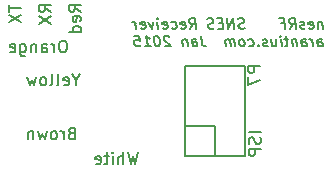
<source format=gbo>
%FSLAX46Y46*%
G04 Gerber Fmt 4.6, Leading zero omitted, Abs format (unit mm)*
G04 Created by KiCad (PCBNEW (2014-10-27 BZR 5228)-product) date 1/4/2015 7:21:31 PM*
%MOMM*%
G01*
G04 APERTURE LIST*
%ADD10C,0.100000*%
%ADD11C,0.150000*%
%ADD12C,0.203200*%
%ADD13C,1.270000*%
%ADD14R,1.727200X1.727200*%
%ADD15O,1.727200X1.727200*%
G04 APERTURE END LIST*
D10*
D11*
X22296381Y-16621095D02*
X21296381Y-16621095D01*
X22248762Y-17049666D02*
X22296381Y-17192523D01*
X22296381Y-17430619D01*
X22248762Y-17525857D01*
X22201143Y-17573476D01*
X22105905Y-17621095D01*
X22010667Y-17621095D01*
X21915429Y-17573476D01*
X21867810Y-17525857D01*
X21820190Y-17430619D01*
X21772571Y-17240142D01*
X21724952Y-17144904D01*
X21677333Y-17097285D01*
X21582095Y-17049666D01*
X21486857Y-17049666D01*
X21391619Y-17097285D01*
X21344000Y-17144904D01*
X21296381Y-17240142D01*
X21296381Y-17478238D01*
X21344000Y-17621095D01*
X22296381Y-18049666D02*
X21296381Y-18049666D01*
X21296381Y-18430619D01*
X21344000Y-18525857D01*
X21391619Y-18573476D01*
X21486857Y-18621095D01*
X21629714Y-18621095D01*
X21724952Y-18573476D01*
X21772571Y-18525857D01*
X21820190Y-18430619D01*
X21820190Y-18049666D01*
X11922143Y-18311881D02*
X11684048Y-19311881D01*
X11493571Y-18597595D01*
X11303095Y-19311881D01*
X11065000Y-18311881D01*
X10684048Y-19311881D02*
X10684048Y-18311881D01*
X10255476Y-19311881D02*
X10255476Y-18788071D01*
X10303095Y-18692833D01*
X10398333Y-18645214D01*
X10541191Y-18645214D01*
X10636429Y-18692833D01*
X10684048Y-18740452D01*
X9779286Y-19311881D02*
X9779286Y-18645214D01*
X9779286Y-18311881D02*
X9826905Y-18359500D01*
X9779286Y-18407119D01*
X9731667Y-18359500D01*
X9779286Y-18311881D01*
X9779286Y-18407119D01*
X9445953Y-18645214D02*
X9065001Y-18645214D01*
X9303096Y-18311881D02*
X9303096Y-19169024D01*
X9255477Y-19264262D01*
X9160239Y-19311881D01*
X9065001Y-19311881D01*
X8350714Y-19264262D02*
X8445952Y-19311881D01*
X8636429Y-19311881D01*
X8731667Y-19264262D01*
X8779286Y-19169024D01*
X8779286Y-18788071D01*
X8731667Y-18692833D01*
X8636429Y-18645214D01*
X8445952Y-18645214D01*
X8350714Y-18692833D01*
X8303095Y-18788071D01*
X8303095Y-18883310D01*
X8779286Y-18978548D01*
X6683429Y-12168190D02*
X6683429Y-12644381D01*
X7016762Y-11644381D02*
X6683429Y-12168190D01*
X6350095Y-11644381D01*
X5635809Y-12596762D02*
X5731047Y-12644381D01*
X5921524Y-12644381D01*
X6016762Y-12596762D01*
X6064381Y-12501524D01*
X6064381Y-12120571D01*
X6016762Y-12025333D01*
X5921524Y-11977714D01*
X5731047Y-11977714D01*
X5635809Y-12025333D01*
X5588190Y-12120571D01*
X5588190Y-12215810D01*
X6064381Y-12311048D01*
X5016762Y-12644381D02*
X5112000Y-12596762D01*
X5159619Y-12501524D01*
X5159619Y-11644381D01*
X4492952Y-12644381D02*
X4588190Y-12596762D01*
X4635809Y-12501524D01*
X4635809Y-11644381D01*
X3969142Y-12644381D02*
X4064380Y-12596762D01*
X4111999Y-12549143D01*
X4159618Y-12453905D01*
X4159618Y-12168190D01*
X4111999Y-12072952D01*
X4064380Y-12025333D01*
X3969142Y-11977714D01*
X3826284Y-11977714D01*
X3731046Y-12025333D01*
X3683427Y-12072952D01*
X3635808Y-12168190D01*
X3635808Y-12453905D01*
X3683427Y-12549143D01*
X3731046Y-12596762D01*
X3826284Y-12644381D01*
X3969142Y-12644381D01*
X3302475Y-11977714D02*
X3111999Y-12644381D01*
X2921522Y-12168190D01*
X2731046Y-12644381D01*
X2540570Y-11977714D01*
X5667429Y-8850381D02*
X5476952Y-8850381D01*
X5381714Y-8898000D01*
X5286476Y-8993238D01*
X5238857Y-9183714D01*
X5238857Y-9517048D01*
X5286476Y-9707524D01*
X5381714Y-9802762D01*
X5476952Y-9850381D01*
X5667429Y-9850381D01*
X5762667Y-9802762D01*
X5857905Y-9707524D01*
X5905524Y-9517048D01*
X5905524Y-9183714D01*
X5857905Y-8993238D01*
X5762667Y-8898000D01*
X5667429Y-8850381D01*
X4810286Y-9850381D02*
X4810286Y-9183714D01*
X4810286Y-9374190D02*
X4762667Y-9278952D01*
X4715048Y-9231333D01*
X4619810Y-9183714D01*
X4524571Y-9183714D01*
X3762666Y-9850381D02*
X3762666Y-9326571D01*
X3810285Y-9231333D01*
X3905523Y-9183714D01*
X4096000Y-9183714D01*
X4191238Y-9231333D01*
X3762666Y-9802762D02*
X3857904Y-9850381D01*
X4096000Y-9850381D01*
X4191238Y-9802762D01*
X4238857Y-9707524D01*
X4238857Y-9612286D01*
X4191238Y-9517048D01*
X4096000Y-9469429D01*
X3857904Y-9469429D01*
X3762666Y-9421810D01*
X3286476Y-9183714D02*
X3286476Y-9850381D01*
X3286476Y-9278952D02*
X3238857Y-9231333D01*
X3143619Y-9183714D01*
X3000761Y-9183714D01*
X2905523Y-9231333D01*
X2857904Y-9326571D01*
X2857904Y-9850381D01*
X1953142Y-9183714D02*
X1953142Y-9993238D01*
X2000761Y-10088476D01*
X2048380Y-10136095D01*
X2143619Y-10183714D01*
X2286476Y-10183714D01*
X2381714Y-10136095D01*
X1953142Y-9802762D02*
X2048380Y-9850381D01*
X2238857Y-9850381D01*
X2334095Y-9802762D01*
X2381714Y-9755143D01*
X2429333Y-9659905D01*
X2429333Y-9374190D01*
X2381714Y-9278952D01*
X2334095Y-9231333D01*
X2238857Y-9183714D01*
X2048380Y-9183714D01*
X1953142Y-9231333D01*
X1095999Y-9802762D02*
X1191237Y-9850381D01*
X1381714Y-9850381D01*
X1476952Y-9802762D01*
X1524571Y-9707524D01*
X1524571Y-9326571D01*
X1476952Y-9231333D01*
X1381714Y-9183714D01*
X1191237Y-9183714D01*
X1095999Y-9231333D01*
X1048380Y-9326571D01*
X1048380Y-9421810D01*
X1524571Y-9517048D01*
X7056381Y-6397524D02*
X6580190Y-6064190D01*
X7056381Y-5826095D02*
X6056381Y-5826095D01*
X6056381Y-6207048D01*
X6104000Y-6302286D01*
X6151619Y-6349905D01*
X6246857Y-6397524D01*
X6389714Y-6397524D01*
X6484952Y-6349905D01*
X6532571Y-6302286D01*
X6580190Y-6207048D01*
X6580190Y-5826095D01*
X7008762Y-7207048D02*
X7056381Y-7111810D01*
X7056381Y-6921333D01*
X7008762Y-6826095D01*
X6913524Y-6778476D01*
X6532571Y-6778476D01*
X6437333Y-6826095D01*
X6389714Y-6921333D01*
X6389714Y-7111810D01*
X6437333Y-7207048D01*
X6532571Y-7254667D01*
X6627810Y-7254667D01*
X6723048Y-6778476D01*
X7056381Y-8111810D02*
X6056381Y-8111810D01*
X7008762Y-8111810D02*
X7056381Y-8016572D01*
X7056381Y-7826095D01*
X7008762Y-7730857D01*
X6961143Y-7683238D01*
X6865905Y-7635619D01*
X6580190Y-7635619D01*
X6484952Y-7683238D01*
X6437333Y-7730857D01*
X6389714Y-7826095D01*
X6389714Y-8016572D01*
X6437333Y-8111810D01*
X6286571Y-16692571D02*
X6143714Y-16740190D01*
X6096095Y-16787810D01*
X6048476Y-16883048D01*
X6048476Y-17025905D01*
X6096095Y-17121143D01*
X6143714Y-17168762D01*
X6238952Y-17216381D01*
X6619905Y-17216381D01*
X6619905Y-16216381D01*
X6286571Y-16216381D01*
X6191333Y-16264000D01*
X6143714Y-16311619D01*
X6096095Y-16406857D01*
X6096095Y-16502095D01*
X6143714Y-16597333D01*
X6191333Y-16644952D01*
X6286571Y-16692571D01*
X6619905Y-16692571D01*
X5619905Y-17216381D02*
X5619905Y-16549714D01*
X5619905Y-16740190D02*
X5572286Y-16644952D01*
X5524667Y-16597333D01*
X5429429Y-16549714D01*
X5334190Y-16549714D01*
X4858000Y-17216381D02*
X4953238Y-17168762D01*
X5000857Y-17121143D01*
X5048476Y-17025905D01*
X5048476Y-16740190D01*
X5000857Y-16644952D01*
X4953238Y-16597333D01*
X4858000Y-16549714D01*
X4715142Y-16549714D01*
X4619904Y-16597333D01*
X4572285Y-16644952D01*
X4524666Y-16740190D01*
X4524666Y-17025905D01*
X4572285Y-17121143D01*
X4619904Y-17168762D01*
X4715142Y-17216381D01*
X4858000Y-17216381D01*
X4191333Y-16549714D02*
X4000857Y-17216381D01*
X3810380Y-16740190D01*
X3619904Y-17216381D01*
X3429428Y-16549714D01*
X3048476Y-16549714D02*
X3048476Y-17216381D01*
X3048476Y-16644952D02*
X3000857Y-16597333D01*
X2905619Y-16549714D01*
X2762761Y-16549714D01*
X2667523Y-16597333D01*
X2619904Y-16692571D01*
X2619904Y-17216381D01*
D12*
X27492852Y-7277100D02*
X27566935Y-7869767D01*
X27503435Y-7361767D02*
X27455811Y-7319433D01*
X27365852Y-7277100D01*
X27238852Y-7277100D01*
X27159478Y-7319433D01*
X27127727Y-7404100D01*
X27185935Y-7869767D01*
X26418645Y-7827433D02*
X26508602Y-7869767D01*
X26677936Y-7869767D01*
X26757311Y-7827433D01*
X26789061Y-7742767D01*
X26746728Y-7404100D01*
X26693811Y-7319433D01*
X26603853Y-7277100D01*
X26434519Y-7277100D01*
X26355145Y-7319433D01*
X26323394Y-7404100D01*
X26333977Y-7488767D01*
X26767895Y-7573433D01*
X26037645Y-7827433D02*
X25958269Y-7869767D01*
X25788936Y-7869767D01*
X25698978Y-7827433D01*
X25646061Y-7742767D01*
X25640770Y-7700433D01*
X25672519Y-7615767D01*
X25751895Y-7573433D01*
X25878895Y-7573433D01*
X25958269Y-7531100D01*
X25990020Y-7446433D01*
X25984728Y-7404100D01*
X25931811Y-7319433D01*
X25841853Y-7277100D01*
X25714853Y-7277100D01*
X25635478Y-7319433D01*
X24772935Y-7869767D02*
X25016353Y-7446433D01*
X25280935Y-7869767D02*
X25169810Y-6980767D01*
X24831144Y-6980767D01*
X24751769Y-7023100D01*
X24714728Y-7065433D01*
X24682977Y-7150100D01*
X24698852Y-7277100D01*
X24751769Y-7361767D01*
X24799394Y-7404100D01*
X24889353Y-7446433D01*
X25228019Y-7446433D01*
X24037394Y-7404100D02*
X24333727Y-7404100D01*
X24391935Y-7869767D02*
X24280810Y-6980767D01*
X23857477Y-6980767D01*
X20957646Y-7827433D02*
X20835937Y-7869767D01*
X20624270Y-7869767D01*
X20534312Y-7827433D01*
X20486687Y-7785100D01*
X20433771Y-7700433D01*
X20423187Y-7615767D01*
X20454937Y-7531100D01*
X20491978Y-7488767D01*
X20571354Y-7446433D01*
X20735395Y-7404100D01*
X20814770Y-7361767D01*
X20851812Y-7319433D01*
X20883562Y-7234767D01*
X20872979Y-7150100D01*
X20820062Y-7065433D01*
X20772437Y-7023100D01*
X20682478Y-6980767D01*
X20470812Y-6980767D01*
X20349104Y-7023100D01*
X20073936Y-7869767D02*
X19962811Y-6980767D01*
X19565936Y-7869767D01*
X19454811Y-6980767D01*
X19084395Y-7404100D02*
X18788062Y-7404100D01*
X18719270Y-7869767D02*
X19142603Y-7869767D01*
X19031478Y-6980767D01*
X18608145Y-6980767D01*
X18375313Y-7827433D02*
X18253604Y-7869767D01*
X18041937Y-7869767D01*
X17951979Y-7827433D01*
X17904354Y-7785100D01*
X17851438Y-7700433D01*
X17840854Y-7615767D01*
X17872604Y-7531100D01*
X17909645Y-7488767D01*
X17989021Y-7446433D01*
X18153062Y-7404100D01*
X18232437Y-7361767D01*
X18269479Y-7319433D01*
X18301229Y-7234767D01*
X18290646Y-7150100D01*
X18237729Y-7065433D01*
X18190104Y-7023100D01*
X18100145Y-6980767D01*
X17888479Y-6980767D01*
X17766771Y-7023100D01*
X16306270Y-7869767D02*
X16549688Y-7446433D01*
X16814270Y-7869767D02*
X16703145Y-6980767D01*
X16364479Y-6980767D01*
X16285104Y-7023100D01*
X16248063Y-7065433D01*
X16216312Y-7150100D01*
X16232187Y-7277100D01*
X16285104Y-7361767D01*
X16332729Y-7404100D01*
X16422688Y-7446433D01*
X16761354Y-7446433D01*
X15581313Y-7827433D02*
X15671270Y-7869767D01*
X15840604Y-7869767D01*
X15919979Y-7827433D01*
X15951729Y-7742767D01*
X15909396Y-7404100D01*
X15856479Y-7319433D01*
X15766521Y-7277100D01*
X15597187Y-7277100D01*
X15517813Y-7319433D01*
X15486062Y-7404100D01*
X15496645Y-7488767D01*
X15930563Y-7573433D01*
X14776979Y-7827433D02*
X14866937Y-7869767D01*
X15036270Y-7869767D01*
X15115646Y-7827433D01*
X15152687Y-7785100D01*
X15184438Y-7700433D01*
X15152688Y-7446433D01*
X15099770Y-7361767D01*
X15052146Y-7319433D01*
X14962187Y-7277100D01*
X14792854Y-7277100D01*
X14713479Y-7319433D01*
X14057313Y-7827433D02*
X14147270Y-7869767D01*
X14316604Y-7869767D01*
X14395979Y-7827433D01*
X14427729Y-7742767D01*
X14385396Y-7404100D01*
X14332479Y-7319433D01*
X14242521Y-7277100D01*
X14073187Y-7277100D01*
X13993813Y-7319433D01*
X13962062Y-7404100D01*
X13972645Y-7488767D01*
X14406563Y-7573433D01*
X13639270Y-7869767D02*
X13565187Y-7277100D01*
X13528145Y-6980767D02*
X13575771Y-7023100D01*
X13538729Y-7065433D01*
X13491104Y-7023100D01*
X13528145Y-6980767D01*
X13538729Y-7065433D01*
X13226521Y-7277100D02*
X13088937Y-7869767D01*
X12803188Y-7277100D01*
X12194647Y-7827433D02*
X12284604Y-7869767D01*
X12453938Y-7869767D01*
X12533313Y-7827433D01*
X12565063Y-7742767D01*
X12522730Y-7404100D01*
X12469813Y-7319433D01*
X12379855Y-7277100D01*
X12210521Y-7277100D01*
X12131147Y-7319433D01*
X12099396Y-7404100D01*
X12109979Y-7488767D01*
X12543897Y-7573433D01*
X11776604Y-7869767D02*
X11702521Y-7277100D01*
X11723688Y-7446433D02*
X11670771Y-7361767D01*
X11623147Y-7319433D01*
X11533188Y-7277100D01*
X11448521Y-7277100D01*
X27164768Y-9317567D02*
X27106560Y-8851900D01*
X27138311Y-8767233D01*
X27217685Y-8724900D01*
X27387019Y-8724900D01*
X27476977Y-8767233D01*
X27159477Y-9275233D02*
X27249435Y-9317567D01*
X27461102Y-9317567D01*
X27540477Y-9275233D01*
X27572227Y-9190567D01*
X27561644Y-9105900D01*
X27508727Y-9021233D01*
X27418769Y-8978900D01*
X27207102Y-8978900D01*
X27117143Y-8936567D01*
X26741435Y-9317567D02*
X26667352Y-8724900D01*
X26688519Y-8894233D02*
X26635602Y-8809567D01*
X26587978Y-8767233D01*
X26498019Y-8724900D01*
X26413352Y-8724900D01*
X25810102Y-9317567D02*
X25751894Y-8851900D01*
X25783645Y-8767233D01*
X25863019Y-8724900D01*
X26032353Y-8724900D01*
X26122311Y-8767233D01*
X25804811Y-9275233D02*
X25894769Y-9317567D01*
X26106436Y-9317567D01*
X26185811Y-9275233D01*
X26217561Y-9190567D01*
X26206978Y-9105900D01*
X26154061Y-9021233D01*
X26064103Y-8978900D01*
X25852436Y-8978900D01*
X25762477Y-8936567D01*
X25312686Y-8724900D02*
X25386769Y-9317567D01*
X25323269Y-8809567D02*
X25275645Y-8767233D01*
X25185686Y-8724900D01*
X25058686Y-8724900D01*
X24979312Y-8767233D01*
X24947561Y-8851900D01*
X25005769Y-9317567D01*
X24635353Y-8724900D02*
X24296687Y-8724900D01*
X24471311Y-8428567D02*
X24566561Y-9190567D01*
X24534812Y-9275233D01*
X24455436Y-9317567D01*
X24370770Y-9317567D01*
X24074436Y-9317567D02*
X24000353Y-8724900D01*
X23963311Y-8428567D02*
X24010937Y-8470900D01*
X23973895Y-8513233D01*
X23926270Y-8470900D01*
X23963311Y-8428567D01*
X23973895Y-8513233D01*
X23196020Y-8724900D02*
X23270103Y-9317567D01*
X23577020Y-8724900D02*
X23635228Y-9190567D01*
X23603479Y-9275233D01*
X23524103Y-9317567D01*
X23397103Y-9317567D01*
X23307146Y-9275233D01*
X23259520Y-9232900D01*
X22883813Y-9275233D02*
X22804437Y-9317567D01*
X22635104Y-9317567D01*
X22545146Y-9275233D01*
X22492229Y-9190567D01*
X22486938Y-9148233D01*
X22518687Y-9063567D01*
X22598063Y-9021233D01*
X22725063Y-9021233D01*
X22804437Y-8978900D01*
X22836188Y-8894233D01*
X22830896Y-8851900D01*
X22777979Y-8767233D01*
X22688021Y-8724900D01*
X22561021Y-8724900D01*
X22481646Y-8767233D01*
X22116520Y-9232900D02*
X22079479Y-9275233D01*
X22127103Y-9317567D01*
X22164146Y-9275233D01*
X22116520Y-9232900D01*
X22127103Y-9317567D01*
X21317479Y-9275233D02*
X21407437Y-9317567D01*
X21576770Y-9317567D01*
X21656146Y-9275233D01*
X21693187Y-9232900D01*
X21724938Y-9148233D01*
X21693188Y-8894233D01*
X21640270Y-8809567D01*
X21592646Y-8767233D01*
X21502687Y-8724900D01*
X21333354Y-8724900D01*
X21253979Y-8767233D01*
X20814770Y-9317567D02*
X20894146Y-9275233D01*
X20931187Y-9232900D01*
X20962938Y-9148233D01*
X20931188Y-8894233D01*
X20878270Y-8809567D01*
X20830646Y-8767233D01*
X20740687Y-8724900D01*
X20613687Y-8724900D01*
X20534313Y-8767233D01*
X20497270Y-8809567D01*
X20465521Y-8894233D01*
X20497271Y-9148233D01*
X20550187Y-9232900D01*
X20597813Y-9275233D01*
X20687770Y-9317567D01*
X20814770Y-9317567D01*
X20137437Y-9317567D02*
X20063354Y-8724900D01*
X20073937Y-8809567D02*
X20026313Y-8767233D01*
X19936354Y-8724900D01*
X19809354Y-8724900D01*
X19729980Y-8767233D01*
X19698229Y-8851900D01*
X19756437Y-9317567D01*
X19698229Y-8851900D02*
X19645313Y-8767233D01*
X19555354Y-8724900D01*
X19428354Y-8724900D01*
X19348980Y-8767233D01*
X19317229Y-8851900D01*
X19375437Y-9317567D01*
X17232313Y-8428567D02*
X17311688Y-9063567D01*
X17369897Y-9190567D01*
X17465147Y-9275233D01*
X17597438Y-9317567D01*
X17682105Y-9317567D01*
X16539105Y-9317567D02*
X16480897Y-8851900D01*
X16512648Y-8767233D01*
X16592022Y-8724900D01*
X16761356Y-8724900D01*
X16851314Y-8767233D01*
X16533814Y-9275233D02*
X16623772Y-9317567D01*
X16835439Y-9317567D01*
X16914814Y-9275233D01*
X16946564Y-9190567D01*
X16935981Y-9105900D01*
X16883064Y-9021233D01*
X16793106Y-8978900D01*
X16581439Y-8978900D01*
X16491480Y-8936567D01*
X16041689Y-8724900D02*
X16115772Y-9317567D01*
X16052272Y-8809567D02*
X16004648Y-8767233D01*
X15914689Y-8724900D01*
X15787689Y-8724900D01*
X15708315Y-8767233D01*
X15676564Y-8851900D01*
X15734772Y-9317567D01*
X14575899Y-8513233D02*
X14528273Y-8470900D01*
X14438315Y-8428567D01*
X14226648Y-8428567D01*
X14147273Y-8470900D01*
X14110232Y-8513233D01*
X14078482Y-8597900D01*
X14089065Y-8682567D01*
X14147273Y-8809567D01*
X14718773Y-9317567D01*
X14168440Y-9317567D01*
X13506981Y-8428567D02*
X13422314Y-8428567D01*
X13342940Y-8470900D01*
X13305898Y-8513233D01*
X13274148Y-8597900D01*
X13252982Y-8767233D01*
X13279440Y-8978900D01*
X13342940Y-9148233D01*
X13395856Y-9232900D01*
X13443482Y-9275233D01*
X13533439Y-9317567D01*
X13618106Y-9317567D01*
X13697482Y-9275233D01*
X13734523Y-9232900D01*
X13766273Y-9148233D01*
X13787440Y-8978900D01*
X13760982Y-8767233D01*
X13697481Y-8597900D01*
X13644565Y-8513233D01*
X13596940Y-8470900D01*
X13506981Y-8428567D01*
X12475106Y-9317567D02*
X12983106Y-9317567D01*
X12729106Y-9317567D02*
X12617981Y-8428567D01*
X12718522Y-8555567D01*
X12813773Y-8640233D01*
X12903731Y-8682567D01*
X11559647Y-8428567D02*
X11982980Y-8428567D01*
X12078231Y-8851900D01*
X12030605Y-8809567D01*
X11940648Y-8767233D01*
X11728981Y-8767233D01*
X11649605Y-8809567D01*
X11612564Y-8851900D01*
X11580814Y-8936567D01*
X11607273Y-9148233D01*
X11660189Y-9232900D01*
X11707814Y-9275233D01*
X11797772Y-9317567D01*
X12009439Y-9317567D01*
X12088814Y-9275233D01*
X12125856Y-9232900D01*
D11*
X18415000Y-18669000D02*
X18415000Y-16129000D01*
X18415000Y-16129000D02*
X15875000Y-16129000D01*
X15875000Y-18669000D02*
X15875000Y-11049000D01*
X15875000Y-11049000D02*
X20955000Y-11049000D01*
X20955000Y-11049000D02*
X20955000Y-16129000D01*
X15875000Y-18669000D02*
X18415000Y-18669000D01*
X20955000Y-18669000D02*
X18415000Y-18669000D01*
X20955000Y-16129000D02*
X20955000Y-18669000D01*
X22232881Y-11009405D02*
X21232881Y-11009405D01*
X21232881Y-11390358D01*
X21280500Y-11485596D01*
X21328119Y-11533215D01*
X21423357Y-11580834D01*
X21566214Y-11580834D01*
X21661452Y-11533215D01*
X21709071Y-11485596D01*
X21756690Y-11390358D01*
X21756690Y-11009405D01*
X21232881Y-11914167D02*
X21232881Y-12580834D01*
X22232881Y-12152262D01*
X4516381Y-6437334D02*
X4040190Y-6104000D01*
X4516381Y-5865905D02*
X3516381Y-5865905D01*
X3516381Y-6246858D01*
X3564000Y-6342096D01*
X3611619Y-6389715D01*
X3706857Y-6437334D01*
X3849714Y-6437334D01*
X3944952Y-6389715D01*
X3992571Y-6342096D01*
X4040190Y-6246858D01*
X4040190Y-5865905D01*
X3516381Y-6770667D02*
X4516381Y-7437334D01*
X3516381Y-7437334D02*
X4516381Y-6770667D01*
X976381Y-5842095D02*
X976381Y-6413524D01*
X1976381Y-6127809D02*
X976381Y-6127809D01*
X976381Y-6651619D02*
X1976381Y-7318286D01*
X976381Y-7318286D02*
X1976381Y-6651619D01*
%LPC*%
D13*
X12954000Y-18859500D03*
D14*
X12700000Y-5080000D03*
D15*
X15240000Y-5080000D03*
X17780000Y-5080000D03*
D14*
X23876000Y-12319000D03*
D15*
X26416000Y-12319000D03*
X23876000Y-14859000D03*
X26416000Y-14859000D03*
X23876000Y-17399000D03*
X26416000Y-17399000D03*
X23876000Y-19939000D03*
X26416000Y-19939000D03*
D13*
X1524000Y-12192000D03*
X1524000Y-8382000D03*
X6604000Y-4826000D03*
X1778000Y-16764000D03*
D14*
X17145000Y-17399000D03*
D15*
X19685000Y-17399000D03*
X17145000Y-14859000D03*
X19685000Y-14859000D03*
X17145000Y-12319000D03*
X19685000Y-12319000D03*
D13*
X4064000Y-4826000D03*
X1524000Y-4826000D03*
M02*

</source>
